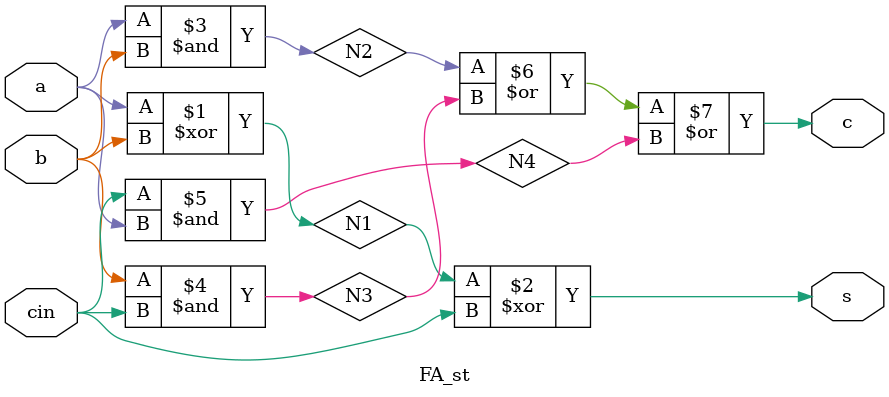
<source format=v>
module FA_st (
    input  wire a,    // First input bit
    input  wire b,    // Second input bit
    input  wire cin,  // Carry-in input
    output wire s,    // Sum output (a XOR b XOR cin)
    output wire c     // Carry-out output (majority function)
);

    // Internal wires for intermediate signals
    wire N1, N2, N3, N4;

    // Structural design using logic gates
    xor xor1 (N1, a, b);        // N1 = a XOR b
    xor xor2 (s, N1, cin);      // s = (a XOR b) XOR cin
    and and1 (N2, a, b);        // N2 = a AND b
    and and2 (N3, b, cin);      // N3 = b AND cin
    and and3 (N4, cin, a);      // N4 = cin AND a
    or  or1  (c, N2, N3, N4);   // c = (a AND b) OR (b AND cin) OR (cin AND a)

endmodule

</source>
